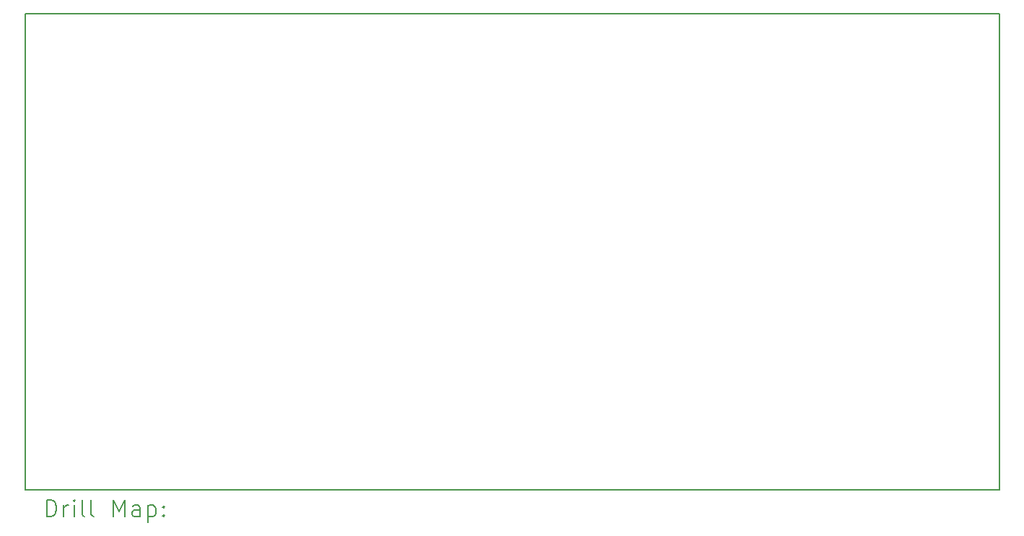
<source format=gbr>
%TF.GenerationSoftware,KiCad,Pcbnew,7.0.5-0*%
%TF.CreationDate,2023-06-05T22:28:17-07:00*%
%TF.ProjectId,PCTGotekAdapter,50435447-6f74-4656-9b41-646170746572,A*%
%TF.SameCoordinates,Original*%
%TF.FileFunction,Drillmap*%
%TF.FilePolarity,Positive*%
%FSLAX45Y45*%
G04 Gerber Fmt 4.5, Leading zero omitted, Abs format (unit mm)*
G04 Created by KiCad (PCBNEW 7.0.5-0) date 2023-06-05 22:28:17*
%MOMM*%
%LPD*%
G01*
G04 APERTURE LIST*
%ADD10C,0.150000*%
%ADD11C,0.200000*%
G04 APERTURE END LIST*
D10*
X1778000Y-5334000D02*
X13208000Y-5334000D01*
X13208000Y-10922000D01*
X1778000Y-10922000D01*
X1778000Y-5334000D01*
D11*
X2031277Y-11240984D02*
X2031277Y-11040984D01*
X2031277Y-11040984D02*
X2078896Y-11040984D01*
X2078896Y-11040984D02*
X2107467Y-11050508D01*
X2107467Y-11050508D02*
X2126515Y-11069555D01*
X2126515Y-11069555D02*
X2136039Y-11088603D01*
X2136039Y-11088603D02*
X2145563Y-11126698D01*
X2145563Y-11126698D02*
X2145563Y-11155270D01*
X2145563Y-11155270D02*
X2136039Y-11193365D01*
X2136039Y-11193365D02*
X2126515Y-11212412D01*
X2126515Y-11212412D02*
X2107467Y-11231460D01*
X2107467Y-11231460D02*
X2078896Y-11240984D01*
X2078896Y-11240984D02*
X2031277Y-11240984D01*
X2231277Y-11240984D02*
X2231277Y-11107650D01*
X2231277Y-11145746D02*
X2240801Y-11126698D01*
X2240801Y-11126698D02*
X2250324Y-11117174D01*
X2250324Y-11117174D02*
X2269372Y-11107650D01*
X2269372Y-11107650D02*
X2288420Y-11107650D01*
X2355086Y-11240984D02*
X2355086Y-11107650D01*
X2355086Y-11040984D02*
X2345563Y-11050508D01*
X2345563Y-11050508D02*
X2355086Y-11060031D01*
X2355086Y-11060031D02*
X2364610Y-11050508D01*
X2364610Y-11050508D02*
X2355086Y-11040984D01*
X2355086Y-11040984D02*
X2355086Y-11060031D01*
X2478896Y-11240984D02*
X2459848Y-11231460D01*
X2459848Y-11231460D02*
X2450324Y-11212412D01*
X2450324Y-11212412D02*
X2450324Y-11040984D01*
X2583658Y-11240984D02*
X2564610Y-11231460D01*
X2564610Y-11231460D02*
X2555086Y-11212412D01*
X2555086Y-11212412D02*
X2555086Y-11040984D01*
X2812229Y-11240984D02*
X2812229Y-11040984D01*
X2812229Y-11040984D02*
X2878896Y-11183841D01*
X2878896Y-11183841D02*
X2945562Y-11040984D01*
X2945562Y-11040984D02*
X2945562Y-11240984D01*
X3126515Y-11240984D02*
X3126515Y-11136222D01*
X3126515Y-11136222D02*
X3116991Y-11117174D01*
X3116991Y-11117174D02*
X3097943Y-11107650D01*
X3097943Y-11107650D02*
X3059848Y-11107650D01*
X3059848Y-11107650D02*
X3040801Y-11117174D01*
X3126515Y-11231460D02*
X3107467Y-11240984D01*
X3107467Y-11240984D02*
X3059848Y-11240984D01*
X3059848Y-11240984D02*
X3040801Y-11231460D01*
X3040801Y-11231460D02*
X3031277Y-11212412D01*
X3031277Y-11212412D02*
X3031277Y-11193365D01*
X3031277Y-11193365D02*
X3040801Y-11174317D01*
X3040801Y-11174317D02*
X3059848Y-11164793D01*
X3059848Y-11164793D02*
X3107467Y-11164793D01*
X3107467Y-11164793D02*
X3126515Y-11155270D01*
X3221753Y-11107650D02*
X3221753Y-11307650D01*
X3221753Y-11117174D02*
X3240801Y-11107650D01*
X3240801Y-11107650D02*
X3278896Y-11107650D01*
X3278896Y-11107650D02*
X3297943Y-11117174D01*
X3297943Y-11117174D02*
X3307467Y-11126698D01*
X3307467Y-11126698D02*
X3316991Y-11145746D01*
X3316991Y-11145746D02*
X3316991Y-11202888D01*
X3316991Y-11202888D02*
X3307467Y-11221936D01*
X3307467Y-11221936D02*
X3297943Y-11231460D01*
X3297943Y-11231460D02*
X3278896Y-11240984D01*
X3278896Y-11240984D02*
X3240801Y-11240984D01*
X3240801Y-11240984D02*
X3221753Y-11231460D01*
X3402705Y-11221936D02*
X3412229Y-11231460D01*
X3412229Y-11231460D02*
X3402705Y-11240984D01*
X3402705Y-11240984D02*
X3393182Y-11231460D01*
X3393182Y-11231460D02*
X3402705Y-11221936D01*
X3402705Y-11221936D02*
X3402705Y-11240984D01*
X3402705Y-11117174D02*
X3412229Y-11126698D01*
X3412229Y-11126698D02*
X3402705Y-11136222D01*
X3402705Y-11136222D02*
X3393182Y-11126698D01*
X3393182Y-11126698D02*
X3402705Y-11117174D01*
X3402705Y-11117174D02*
X3402705Y-11136222D01*
M02*

</source>
